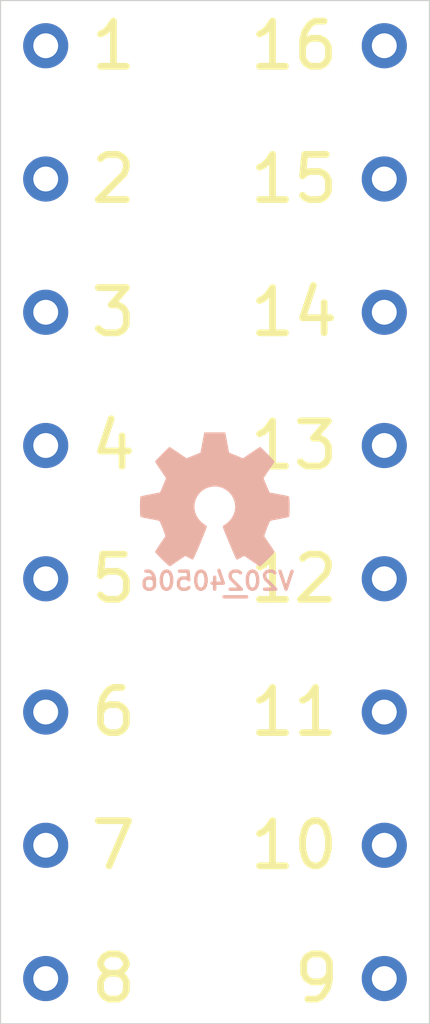
<source format=kicad_pcb>
(kicad_pcb (version 20221018) (generator pcbnew)
  (layers (0 "F.Cu" mixed) (31 "B.Cu" mixed) (34 "B.Paste" user) (35 "F.Paste" user) (36 "B.SilkS" user "B.Silkscreen") (37 "F.SilkS" user "F.Silkscreen") (38 "B.Mask" user) (39 "F.Mask" user) (44 "Edge.Cuts" user))
  (net 0 "")
  (net 1 "Net-(J1-Pin_1)")
  (footprint "mill-max:PC_pin_nail_head_6092" (layer "F.Cu") (at 142.5 62.5)
    (fp_text reference "J1")
    (fp_text value "1" (at 3 0) (layer "F.SilkS") (effects (font (size 2 2) (thickness 0.3))))
    (pad "1" thru_hole circle locked (at 0 0) (size 2 2) (drill 1.1) (layers "*.Cu" "*.Mask") (net 1 "Net-(J1-Pin_1)"))
  )
  (footprint "mill-max:PC_pin_nail_head_6092" (layer "F.Cu") (at 142.5 68.4)
    (fp_text reference "J2")
    (fp_text value "2" (at 3 0) (layer "F.SilkS") (effects (font (size 2 2) (thickness 0.3))))
    (pad "1" thru_hole circle locked (at 0 0) (size 2 2) (drill 1.1) (layers "*.Cu" "*.Mask") (net 1 "Net-(J1-Pin_1)"))
  )
  (footprint "mill-max:PC_pin_nail_head_6092" (layer "F.Cu") (at 142.5 74.3)
    (fp_text reference "J3")
    (fp_text value "3" (at 3 0) (layer "F.SilkS") (effects (font (size 2 2) (thickness 0.3))))
    (pad "1" thru_hole circle locked (at 0 0) (size 2 2) (drill 1.1) (layers "*.Cu" "*.Mask") (net 1 "Net-(J1-Pin_1)"))
  )
  (footprint "mill-max:PC_pin_nail_head_6092" (layer "F.Cu") (at 142.5 86.1 180)
    (fp_text reference "J5")
    (fp_text value "5" (at -3 0) (layer "F.SilkS") (effects (font (size 2 2) (thickness 0.3))))
    (pad "1" thru_hole circle locked (at 0 0 180) (size 2 2) (drill 1.1) (layers "*.Cu" "*.Mask") (net 1 "Net-(J1-Pin_1)"))
  )
  (footprint "mill-max:PC_pin_nail_head_6092" (layer "F.Cu") (at 142.5 92 180)
    (fp_text reference "J6")
    (fp_text value "6" (at -3 0) (layer "F.SilkS") (effects (font (size 2 2) (thickness 0.3))))
    (pad "1" thru_hole circle locked (at 0 0 180) (size 2 2) (drill 1.1) (layers "*.Cu" "*.Mask") (net 1 "Net-(J1-Pin_1)"))
  )
  (footprint "mill-max:PC_pin_nail_head_6092" (layer "F.Cu") (at 142.5 80.2 180)
    (fp_text reference "J4")
    (fp_text value "4" (at -3 0) (layer "F.SilkS") (effects (font (size 2 2) (thickness 0.3))))
    (pad "1" thru_hole circle locked (at 0 0 180) (size 2 2) (drill 1.1) (layers "*.Cu" "*.Mask") (net 1 "Net-(J1-Pin_1)"))
  )
  (footprint "mill-max:PC_pin_nail_head_6092" (layer "F.Cu") (at 157.5 92)
    (fp_text reference "J11")
    (fp_text value "11" (at -4 0) (layer "F.SilkS") (effects (font (size 2 2) (thickness 0.3))))
    (pad "1" thru_hole circle locked (at 0 0) (size 2 2) (drill 1.1) (layers "*.Cu" "*.Mask") (net 1 "Net-(J1-Pin_1)"))
  )
  (footprint "mill-max:PC_pin_nail_head_6092" (layer "F.Cu") (at 142.5 103.8)
    (fp_text reference "J8")
    (fp_text value "8" (at 3 0) (layer "F.SilkS") (effects (font (size 2 2) (thickness 0.3))))
    (pad "1" thru_hole circle locked (at 0 0) (size 2 2) (drill 1.1) (layers "*.Cu" "*.Mask") (net 1 "Net-(J1-Pin_1)"))
  )
  (footprint "mill-max:PC_pin_nail_head_6092" (layer "F.Cu") (at 157.5 62.5)
    (fp_text reference "J16")
    (fp_text value "16" (at -4 0) (layer "F.SilkS") (effects (font (size 2 2) (thickness 0.3))))
    (pad "1" thru_hole circle locked (at 0 0) (size 2 2) (drill 1.1) (layers "*.Cu" "*.Mask") (net 1 "Net-(J1-Pin_1)"))
  )
  (footprint "mill-max:PC_pin_nail_head_6092" (layer "F.Cu") (at 157.5 74.3)
    (fp_text reference "J14")
    (fp_text value "14" (at -4 0) (layer "F.SilkS") (effects (font (size 2 2) (thickness 0.3))))
    (pad "1" thru_hole circle locked (at 0 0) (size 2 2) (drill 1.1) (layers "*.Cu" "*.Mask") (net 1 "Net-(J1-Pin_1)"))
  )
  (footprint "mill-max:PC_pin_nail_head_6092" (layer "F.Cu") (at 157.5 97.9)
    (fp_text reference "J10")
    (fp_text value "10" (at -4 0) (layer "F.SilkS") (effects (font (size 2 2) (thickness 0.3))))
    (pad "1" thru_hole circle locked (at 0 0) (size 2 2) (drill 1.1) (layers "*.Cu" "*.Mask") (net 1 "Net-(J1-Pin_1)"))
  )
  (footprint "mill-max:PC_pin_nail_head_6092" (layer "F.Cu") (at 157.5 80.2)
    (fp_text reference "J13")
    (fp_text value "13" (at -4 0) (layer "F.SilkS") (effects (font (size 2 2) (thickness 0.3))))
    (pad "1" thru_hole circle locked (at 0 0) (size 2 2) (drill 1.1) (layers "*.Cu" "*.Mask") (net 1 "Net-(J1-Pin_1)"))
  )
  (footprint "mill-max:PC_pin_nail_head_6092" (layer "F.Cu") (at 142.5 97.9)
    (fp_text reference "J7")
    (fp_text value "7" (at 3 0) (layer "F.SilkS") (effects (font (size 2 2) (thickness 0.3))))
    (pad "1" thru_hole circle locked (at 0 0) (size 2 2) (drill 1.1) (layers "*.Cu" "*.Mask") (net 1 "Net-(J1-Pin_1)"))
  )
  (footprint "mill-max:PC_pin_nail_head_6092" (layer "F.Cu") (at 157.5 103.8)
    (fp_text reference "J9")
    (fp_text value "9" (at -3 0) (layer "F.SilkS") (effects (font (size 2 2) (thickness 0.3))))
    (pad "1" thru_hole circle locked (at 0 0) (size 2 2) (drill 1.1) (layers "*.Cu" "*.Mask") (net 1 "Net-(J1-Pin_1)"))
  )
  (footprint "mill-max:PC_pin_nail_head_6092" (layer "F.Cu") (at 157.5 86.1)
    (fp_text reference "J12")
    (fp_text value "12" (at -4 0) (layer "F.SilkS") (effects (font (size 2 2) (thickness 0.3))))
    (pad "1" thru_hole circle locked (at 0 0) (size 2 2) (drill 1.1) (layers "*.Cu" "*.Mask") (net 1 "Net-(J1-Pin_1)"))
  )
  (footprint "mill-max:PC_pin_nail_head_6092" (layer "F.Cu") (at 157.5 68.4)
    (fp_text reference "J15")
    (fp_text value "15" (at -4 0) (layer "F.SilkS") (effects (font (size 2 2) (thickness 0.3))))
    (pad "1" thru_hole circle locked (at 0 0) (size 2 2) (drill 1.1) (layers "*.Cu" "*.Mask") (net 1 "Net-(J1-Pin_1)"))
  )
  (footprint "Symbol:OSHW-Symbol_6.7x6mm_SilkScreen" (layer "B.Cu") (at 150 82.6 180)
    (fp_text reference "N2" hide)
    (fp_text value "OHWLOGO" hide)
    (fp_poly (pts (xy 0.555814 2.531069) (xy 0.639635 2.086445) (xy 0.94892 1.958947) (xy 1.258206 1.831449) (xy 1.629246 2.083754) (xy 1.733157 2.154004) (xy 1.827087 2.216728) (xy 1.906652 2.269062) (xy 1.96747 2.308143) (xy 2.005157 2.331107) (xy 2.015421 2.336058) (xy 2.03391 2.323324) (xy 2.07342 2.288118) (xy 2.129522 2.234938) (xy 2.197787 2.168282) (xy 2.273786 2.092646) (xy 2.353092 2.012528) (xy 2.431275 1.932426) (xy 2.503907 1.856836) (xy 2.566559 1.790255) (xy 2.614803 1.737182) (xy 2.64421 1.702113) (xy 2.651241 1.690377) (xy 2.641123 1.66874) (xy 2.612759 1.621338) (xy 2.569129 1.552807) (xy 2.513218 1.467785) (xy 2.448006 1.370907) (xy 2.410219 1.31565) (xy 2.341343 1.214752) (xy 2.28014 1.123701) (xy 2.229578 1.04703) (xy 2.192628 0.989272) (xy 2.172258 0.954957) (xy 2.169197 0.947746) (xy 2.176136 0.927252) (xy 2.195051 0.879487) (xy 2.223087 0.811168) (xy 2.257391 0.729011) (xy 2.295109 0.63973) (xy 2.333387 0.550042) (xy 2.36937 0.466662) (xy 2.400206 0.396306) (xy 2.423039 0.34569) (xy 2.435017 0.321529) (xy 2.435724 0.320578) (xy 2.454531 0.315964) (xy 2.504618 0.305672) (xy 2.580793 0.290713) (xy 2.677865 0.272099) (xy 2.790643 0.250841) (xy 2.856442 0.238582) (xy 2.97695 0.215638) (xy 3.085797 0.193805) (xy 3.177476 0.174278) (xy 3.246481 0.158252) (xy 3.287304 0.146921) (xy 3.295511 0.143326) (xy 3.303548 0.118994) (xy 3.310033 0.064041) (xy 3.31497 -0.015108) (xy 3.318364 -0.112026) (xy 3.320218 -0.220287) (xy 3.320538 -0.333465) (xy 3.319327 -0.445135) (xy 3.31659 -0.548868) (xy 3.312331 -0.638241) (xy 3.306555 -0.706826) (xy 3.299267 -0.748197) (xy 3.294895 -0.75681) (xy 3.268764 -0.767133) (xy 3.213393 -0.781892) (xy 3.136107 -0.799352) (xy 3.04423 -0.81778) (xy 3.012158 -0.823741) (xy 2.857524 -0.852066) (xy 2.735375 -0.874876) (xy 2.641673 -0.89308) (xy 2.572384 -0.907583) (xy 2.523471 -0.919292) (xy 2.490897 -0.929115) (xy 2.470628 -0.937956) (xy 2.458626 -0.946724) (xy 2.456947 -0.948457) (xy 2.440184 -0.976371) (xy 2.414614 -1.030695) (xy 2.382788 -1.104777) (xy 2.34726 -1.191965) (xy 2.310583 -1.285608) (xy 2.275311 -1.379052) (xy 2.243996 -1.465647) (xy 2.219193 -1.53874) (xy 2.203454 -1.591678) (xy 2.199332 -1.617811) (xy 2.199676 -1.618726) (xy 2.213641 -1.640086) (xy 2.245322 -1.687084) (xy 2.291391 -1.754827) (xy 2.348518 -1.838423) (xy 2.413373 -1.932982) (xy 2.431843 -1.959854) (xy 2.497699 -2.057275) (xy 2.55565 -2.146163) (xy 2.602538 -2.221412) (xy 2.635207 -2.27792) (xy 2.6505 -2.310581) (xy 2.651241 -2.314593) (xy 2.638392 -2.335684) (xy 2.602888 -2.377464) (xy 2.549293 -2.435445) (xy 2.482171 -2.505135) (xy 2.406087 -2.582045) (xy 2.325604 -2.661683) (xy 2.245287 -2.739561) (xy 2.169699 -2.811186) (xy 2.103405 -2.87207) (xy 2.050969 -2.917721) (xy 2.016955 -2.94365) (xy 2.007545 -2.947883) (xy 1.985643 -2.937912) (xy 1.9408 -2.91102) (xy 1.880321 -2.871736) (xy 1.833789 -2.840117) (xy 1.749475 -2.782098) (xy 1.649626 -2.713784) (xy 1.549473 -2.645579) (xy 1.495627 -2.609075) (xy 1.313371 -2.4858) (xy 1.160381 -2.56852) (xy 1.090682 -2.604759) (xy 1.031414 -2.632926) (xy 0.991311 -2.648991) (xy 0.981103 -2.651226) (xy 0.968829 -2.634722) (xy 0.944613 -2.588082) (xy 0.910263 -2.515609) (xy 0.867588 -2.421606) (xy 0.818394 -2.310374) (xy 0.76449 -2.186215) (xy 0.707684 -2.053432) (xy 0.649782 -1.916327) (xy 0.592593 -1.779202) (xy 0.537924 -1.646358) (xy 0.487584 -1.522098) (xy 0.44338 -1.410725) (xy 0.407119 -1.316539) (xy 0.380609 -1.243844) (xy 0.365658 -1.196941) (xy 0.363254 -1.180833) (xy 0.382311 -1.160286) (xy 0.424036 -1.126933) (xy 0.479706 -1.087702) (xy 0.484378 -1.084599) (xy 0.628264 -0.969423) (xy 0.744283 -0.835053) (xy 0.83143 -0.685784) (xy 0.888699 -0.525913) (xy 0.915086 -0.359737) (xy 0.909585 -0.191552) (xy 0.87119 -0.025655) (xy 0.798895 0.133658) (xy 0.777626 0.168513) (xy 0.666996 0.309263) (xy 0.536302 0.422286) (xy 0.390064 0.506997) (xy 0.232808 0.562806) (xy 0.069057 0.589126) (xy -0.096667 0.58537) (xy -0.259838 0.55095) (xy -0.415935 0.485277) (xy -0.560433 0.387765) (xy -0.605131 0.348187) (xy -0.718888 0.224297) (xy -0.801782 0.093876) (xy -0.858644 -0.052315) (xy -0.890313 -0.197088) (xy -0.898131 -0.35986) (xy -0.872062 -0.52344) (xy -0.814755 -0.682298) (xy -0.728856 -0.830906) (xy -0.617014 -0.963735) (xy -0.481877 -1.075256) (xy -0.464117 -1.087011) (xy -0.40785 -1.125508) (xy -0.365077 -1.158863) (xy -0.344628 -1.18016) (xy -0.344331 -1.180833) (xy -0.348721 -1.203871) (xy -0.366124 -1.256157) (xy -0.394732 -1.33339) (xy -0.432735 -1.431268) (xy -0.478326 -1.545491) (xy -0.529697 -1.671758) (xy -0.585038 -1.805767) (xy -0.642542 -1.943218) (xy -0.700399 -2.079808) (xy -0.756802 -2.211237) (xy -0.809942 -2.333205) (xy -0.85801 -2.441409) (xy -0.899199 -2.531549) (xy -0.931699 -2.599323) (xy -0.953703 -2.64043) (xy -0.962564 -2.651226) (xy -0.98964 -2.642819) (xy -1.040303 -2.620272) (xy -1.105817 -2.587613) (xy -1.141841 -2.56852) (xy -1.294832 -2.4858) (xy -1.477088 -2.609075) (xy -1.570125 -2.672228) (xy -1.671985 -2.741727) (xy -1.767438 -2.807165) (xy -1.81525 -2.840117) (xy -1.882495 -2.885273) (xy -1.939436 -2.921057) (xy -1.978646 -2.942938) (xy -1.991381 -2.947563) (xy -2.009917 -2.935085) (xy -2.050941 -2.900252) (xy -2.110475 -2.846678) (xy -2.184542 -2.777983) (xy -2.269165 -2.697781) (xy -2.322685 -2.646286) (xy -2.416319 -2.554286) (xy -2.497241 -2.471999) (xy -2.562177 -2.402945) (xy -2.607858 -2.350644) (xy -2.631011 -2.318616) (xy -2.633232 -2.312116) (xy -2.622924 -2.287394) (xy -2.594439 -2.237405) (xy -2.550937 -2.167212) (xy -2.495577 -2.081875) (xy -2.43152 -1.986456) (xy -2.413303 -1.959854) (xy -2.346927 -1.863167) (xy -2.287378 -1.776117) (xy -2.237984 -1.703595) (xy -2.202075 -1.650493) (xy -2.182981 -1.621703) (xy -2.181136 -1.618726) (xy -2.183895 -1.595782) (xy -2.198538 -1.545336) (xy -2.222513 -1.474041) (xy -2.253266 -1.388547) (xy -2.288244 -1.295507) (xy -2.324893 -1.201574) (xy -2.360661 -1.113399) (xy -2.392994 -1.037634) (xy -2.419338 -0.980931) (xy -2.437142 -0.949943) (xy -2.438407 -0.948457) (xy -2.449294 -0.939601) (xy -2.467682 -0.930843) (xy -2.497606 -0.921277) (xy -2.543103 -0.909996) (xy -2.608209 -0.896093) (xy -2.696961 -0.878663) (xy -2.813393 -0.856798) (xy -2.961542 -0.829591) (xy -2.993618 -0.823741) (xy -3.088686 -0.805374) (xy -3.171565 -0.787405) (xy -3.23493 -0.771569) (xy -3.271458 -0.7596) (xy -3.276356 -0.75681) (xy -3.284427 -0.732072) (xy -3.290987 -0.67679) (xy -3.296033 -0.597389) (xy -3.299559 -0.500296) (xy -3.301561 -0.391938) (xy -3.302036 -0.27874) (xy -3.300977 -0.167128) (xy -3.298382 -0.063529) (xy -3.294246 0.025632) (xy -3.288563 0.093928) (xy -3.281331 0.134934) (xy -3.276971 0.143326) (xy -3.252698 0.151792) (xy -3.197426 0.165565) (xy -3.116662 0.18345) (xy -3.015912 0.204252) (xy -2.900683 0.226777) (xy -2.837902 0.238582) (xy -2.718787 0.260849) (xy -2.612565 0.281021) (xy -2.524427 0.298085) (xy -2.459566 0.311031) (xy -2.423174 0.318845) (xy -2.417184 0.320578) (xy -2.407061 0.34011) (xy -2.385662 0.387157) (xy -2.355839 0.454997) (xy -2.320445 0.536909) (xy -2.282332 0.626172) (xy -2.244353 0.716065) (xy -2.20936 0.799865) (xy -2.180206 0.870853) (xy -2.159743 0.922306) (xy -2.150823 0.947503) (xy -2.150657 0.948604) (xy -2.160769 0.968481) (xy -2.189117 1.014223) (xy -2.232723 1.081283) (xy -2.288606 1.165116) (xy -2.353787 1.261174) (xy -2.391679 1.31635) (xy -2.460725 1.417519) (xy -2.52205 1.50937) (xy -2.572663 1.587256) (xy -2.609571 1.646531) (xy -2.629782 1.682549) (xy -2.632701 1.690623) (xy -2.620153 1.709416) (xy -2.585463 1.749543) (xy -2.533063 1.806507) (xy -2.467384 1.875815) (xy -2.392856 1.952969) (xy -2.313913 2.033475) (xy -2.234983 2.112837) (xy -2.1605 2.18656) (xy -2.094894 2.250148) (xy -2.042596 2.299106) (xy -2.008039 2.328939) (xy -1.996478 2.336058) (xy -1.977654 2.326047) (xy -1.932631 2.297922) (xy -1.865787 2.254546) (xy -1.781499 2.198782) (xy -1.684144 2.133494) (xy -1.610707 2.083754) (xy -1.239667 1.831449) (xy -0.621095 2.086445) (xy -0.537275 2.531069) (xy -0.453454 2.975693) (xy 0.471994 2.975693) (xy 0.555814 2.531069)) (stroke (width 0.01)) (fill solid) (layer "B.SilkS"))
  )
  (footprint "SquantorLabels:Label_Generic" (layer "B.Cu") (at 150.9 86.3 180)
    (fp_text reference "N1" hide)
    (fp_text value "V20240506" (at 0.8 0.1) (layer "B.SilkS") (effects (font (size 0.8 0.8)) (justify mirror)))
    (fp_line (start -0.5 -0.6) (end 0.5 -0.6) (stroke (width 0.15)) (layer "B.SilkS"))
  )
  (gr_line (start 140.5 105.8) (end 159.5 105.8) (stroke (width 0.05)) (layer "Edge.Cuts"))
  (gr_line (start 159.5 60.5) (end 159.5 105.8) (stroke (width 0.05)) (layer "Edge.Cuts"))
  (gr_line (start 159.5 60.5) (end 140.5 60.5) (stroke (width 0.05)) (layer "Edge.Cuts"))
  (gr_line (start 140.5 105.8) (end 140.5 60.5) (stroke (width 0.05)) (layer "Edge.Cuts"))
)
</source>
